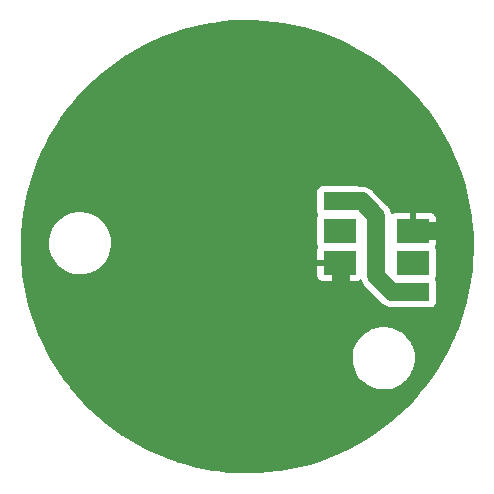
<source format=gbr>
%TF.GenerationSoftware,KiCad,Pcbnew,(6.0.4-0)*%
%TF.CreationDate,2022-06-22T17:42:18+02:00*%
%TF.ProjectId,GlowTubeLEDconnectorB_PCB,476c6f77-5475-4626-954c-4544636f6e6e,rev?*%
%TF.SameCoordinates,Original*%
%TF.FileFunction,Copper,L2,Bot*%
%TF.FilePolarity,Positive*%
%FSLAX46Y46*%
G04 Gerber Fmt 4.6, Leading zero omitted, Abs format (unit mm)*
G04 Created by KiCad (PCBNEW (6.0.4-0)) date 2022-06-22 17:42:18*
%MOMM*%
%LPD*%
G01*
G04 APERTURE LIST*
%TA.AperFunction,SMDPad,CuDef*%
%ADD10R,2.800000X2.000000*%
%TD*%
%TA.AperFunction,SMDPad,CuDef*%
%ADD11R,2.800000X1.600000*%
%TD*%
%TA.AperFunction,Conductor*%
%ADD12C,1.500000*%
%TD*%
G04 APERTURE END LIST*
D10*
%TO.P,U1,3,GND*%
%TO.N,GND*%
X118150000Y-65819802D03*
%TO.P,U1,2,Data*%
%TO.N,unconnected-(U1-Pad2)*%
X118150000Y-68519068D03*
D11*
%TO.P,U1,1,5V*%
%TO.N,+5V*%
X118150000Y-71018334D03*
%TD*%
D10*
%TO.P,U2,3,GND*%
%TO.N,GND*%
X111938800Y-68549266D03*
%TO.P,U2,2,Data*%
%TO.N,unconnected-(U2-Pad2)*%
X111938800Y-65850000D03*
D11*
%TO.P,U2,1,5V*%
%TO.N,+5V*%
X111938800Y-63350734D03*
%TD*%
D12*
%TO.N,GND*%
X118550000Y-65819802D02*
X120329802Y-65819802D01*
X120329802Y-65819802D02*
X121590000Y-67080000D01*
X121590000Y-72077356D02*
X120427356Y-73240000D01*
X121590000Y-67080000D02*
X121590000Y-72077356D01*
X120427356Y-73240000D02*
X114100000Y-73240000D01*
X112060000Y-71200000D02*
X112060000Y-69070466D01*
X114100000Y-73240000D02*
X112060000Y-71200000D01*
X112060000Y-69070466D02*
X111538800Y-68549266D01*
%TO.N,+5V*%
X118550000Y-71018334D02*
X116368334Y-71018334D01*
X115040000Y-64600000D02*
X113790734Y-63350734D01*
X113790734Y-63350734D02*
X111538800Y-63350734D01*
X116368334Y-71018334D02*
X115040000Y-69690000D01*
X115040000Y-69690000D02*
X115040000Y-64600000D01*
%TD*%
%TA.AperFunction,Conductor*%
%TO.N,GND*%
G36*
X104647199Y-47995967D02*
G01*
X104652914Y-47996126D01*
X105516915Y-48039895D01*
X105522616Y-48040314D01*
X106383718Y-48123228D01*
X106389394Y-48123905D01*
X107245864Y-48245799D01*
X107251500Y-48246732D01*
X108101529Y-48407347D01*
X108107121Y-48408535D01*
X108949036Y-48607555D01*
X108954569Y-48608997D01*
X109786536Y-48845989D01*
X109791994Y-48847678D01*
X110612403Y-49122183D01*
X110617763Y-49124113D01*
X111215715Y-49354844D01*
X111424872Y-49435551D01*
X111430122Y-49437715D01*
X112222312Y-49785462D01*
X112227439Y-49787853D01*
X112761011Y-50051560D01*
X113002980Y-50171149D01*
X113008047Y-50173798D01*
X113765422Y-50591892D01*
X113770363Y-50594767D01*
X114507975Y-51046776D01*
X114512780Y-51049873D01*
X115229115Y-51534868D01*
X115233776Y-51538180D01*
X115927409Y-52055198D01*
X115931882Y-52058694D01*
X116198703Y-52277084D01*
X116601338Y-52606637D01*
X116605679Y-52610358D01*
X117249560Y-53188079D01*
X117253728Y-53191992D01*
X117870777Y-53798364D01*
X117874762Y-53802463D01*
X118463629Y-54436160D01*
X118467425Y-54440435D01*
X119026969Y-55100226D01*
X119030567Y-55104670D01*
X119559575Y-55789127D01*
X119562968Y-55793728D01*
X120060413Y-56501521D01*
X120063593Y-56506272D01*
X120528401Y-57235875D01*
X120531363Y-57240765D01*
X120962593Y-57990696D01*
X120965330Y-57995716D01*
X121269123Y-58584302D01*
X121362113Y-58764467D01*
X121364612Y-58769593D01*
X121726114Y-59555553D01*
X121728365Y-59560755D01*
X121933422Y-60065748D01*
X122053845Y-60362316D01*
X122055875Y-60367660D01*
X122344648Y-61183127D01*
X122346434Y-61188559D01*
X122597919Y-62016296D01*
X122599454Y-62021796D01*
X122720186Y-62495442D01*
X122813132Y-62860085D01*
X122814418Y-62865656D01*
X122989846Y-63712767D01*
X122990878Y-63718390D01*
X123127698Y-64572589D01*
X123128474Y-64578253D01*
X123167611Y-64921755D01*
X123224184Y-65418282D01*
X123226406Y-65437788D01*
X123226923Y-65443472D01*
X123285201Y-66298302D01*
X123285763Y-66306549D01*
X123286022Y-66312242D01*
X123304096Y-67108694D01*
X123305667Y-67177928D01*
X123305692Y-67182102D01*
X123301640Y-67569078D01*
X123301527Y-67579826D01*
X123301414Y-67583996D01*
X123264859Y-68421266D01*
X123263646Y-68449041D01*
X123263268Y-68454730D01*
X123195524Y-69213794D01*
X123186366Y-69316403D01*
X123185731Y-69322068D01*
X123152128Y-69570599D01*
X123069816Y-70179391D01*
X123068926Y-70185014D01*
X122914239Y-71036195D01*
X122913097Y-71041759D01*
X122719959Y-71885044D01*
X122718556Y-71890586D01*
X122487377Y-72724191D01*
X122485725Y-72729664D01*
X122216953Y-73551974D01*
X122215072Y-73557316D01*
X121996688Y-74135252D01*
X121909272Y-74366592D01*
X121907131Y-74371890D01*
X121680127Y-74898990D01*
X121564949Y-75166430D01*
X121562575Y-75171615D01*
X121292612Y-75727581D01*
X121184700Y-75949817D01*
X121182090Y-75954896D01*
X121012834Y-76266627D01*
X120769301Y-76715160D01*
X120766460Y-76720121D01*
X120319603Y-77460883D01*
X120316539Y-77465710D01*
X119836564Y-78185401D01*
X119833285Y-78190085D01*
X119321131Y-78887300D01*
X119317643Y-78891829D01*
X118774405Y-79565070D01*
X118770715Y-79569437D01*
X118541404Y-79828627D01*
X118236771Y-80172953D01*
X118197482Y-80217361D01*
X118193604Y-80221548D01*
X117598152Y-80836007D01*
X117591568Y-80842801D01*
X117587504Y-80846808D01*
X117086297Y-81319121D01*
X116957917Y-81440101D01*
X116953668Y-81443927D01*
X116297813Y-82008051D01*
X116293395Y-82011680D01*
X115612638Y-82545461D01*
X115608061Y-82548885D01*
X114903753Y-83051264D01*
X114899024Y-83054478D01*
X114172690Y-83524364D01*
X114167829Y-83527355D01*
X113420900Y-83963825D01*
X113415914Y-83966589D01*
X112649950Y-84368729D01*
X112644849Y-84371261D01*
X112399440Y-84486219D01*
X111861441Y-84738236D01*
X111856210Y-84740543D01*
X111056966Y-85071601D01*
X111051636Y-85073668D01*
X110238217Y-85368121D01*
X110232798Y-85369945D01*
X109406839Y-85627203D01*
X109401343Y-85628779D01*
X108564573Y-85848301D01*
X108559012Y-85849626D01*
X107713131Y-86030968D01*
X107707515Y-86032039D01*
X106854277Y-86174822D01*
X106848638Y-86175635D01*
X106548469Y-86211959D01*
X105989817Y-86279563D01*
X105984127Y-86280121D01*
X105121489Y-86344983D01*
X105115780Y-86345283D01*
X104633584Y-86359594D01*
X104251023Y-86370948D01*
X104245326Y-86370987D01*
X103583608Y-86360592D01*
X103380363Y-86357399D01*
X103374650Y-86357180D01*
X102511173Y-86304368D01*
X102505476Y-86303890D01*
X101645263Y-86211959D01*
X101639593Y-86211222D01*
X101240776Y-86150195D01*
X100784444Y-86080366D01*
X100778856Y-86079381D01*
X100354681Y-85994622D01*
X99930528Y-85909868D01*
X99924948Y-85908621D01*
X99509323Y-85805765D01*
X99085163Y-85700795D01*
X99079688Y-85699308D01*
X98405501Y-85499604D01*
X98250215Y-85453606D01*
X98244772Y-85451859D01*
X97990272Y-85363731D01*
X97427282Y-85168778D01*
X97421950Y-85166795D01*
X97020046Y-85006858D01*
X96618155Y-84846926D01*
X96612892Y-84844692D01*
X95824434Y-84488690D01*
X95819278Y-84486219D01*
X95310001Y-84227848D01*
X95047803Y-84094827D01*
X95042774Y-84092131D01*
X94818537Y-83965264D01*
X94289814Y-83666127D01*
X94284924Y-83663211D01*
X93552063Y-83203489D01*
X93547340Y-83200375D01*
X92836086Y-82707879D01*
X92831484Y-82704537D01*
X92143300Y-82180280D01*
X92138832Y-82176713D01*
X91475159Y-81621797D01*
X91470858Y-81618031D01*
X90833064Y-81033600D01*
X90828937Y-81029643D01*
X90218283Y-80416853D01*
X90214341Y-80412713D01*
X89632130Y-79772872D01*
X89628379Y-79768557D01*
X89165353Y-79210840D01*
X89075782Y-79102952D01*
X89072240Y-79098483D01*
X89069158Y-79094407D01*
X88550397Y-78408482D01*
X88547060Y-78403854D01*
X88396922Y-78185401D01*
X88209301Y-77912412D01*
X88057066Y-77690908D01*
X88053936Y-77686124D01*
X87596801Y-76951707D01*
X87593890Y-76946786D01*
X87441959Y-76676048D01*
X113021905Y-76676048D01*
X113047181Y-76997208D01*
X113111408Y-77312893D01*
X113213628Y-77618398D01*
X113215277Y-77621856D01*
X113215279Y-77621860D01*
X113311851Y-77824327D01*
X113352319Y-77909169D01*
X113525411Y-78180870D01*
X113730325Y-78429451D01*
X113964007Y-78651206D01*
X114222972Y-78842830D01*
X114301573Y-78887300D01*
X114500002Y-78999566D01*
X114500006Y-78999568D01*
X114503359Y-79001465D01*
X114800989Y-79124748D01*
X114903915Y-79153292D01*
X115107710Y-79209810D01*
X115107718Y-79209812D01*
X115111426Y-79210840D01*
X115430040Y-79258457D01*
X115433338Y-79258601D01*
X115544009Y-79263433D01*
X115544014Y-79263433D01*
X115545386Y-79263493D01*
X115741815Y-79263493D01*
X115981552Y-79248830D01*
X115985335Y-79248129D01*
X115985342Y-79248128D01*
X116186526Y-79210840D01*
X116298310Y-79190122D01*
X116574741Y-79102964D01*
X116601881Y-79094407D01*
X116601884Y-79094406D01*
X116605553Y-79093249D01*
X116609050Y-79091655D01*
X116609056Y-79091653D01*
X116895191Y-78961254D01*
X116895195Y-78961252D01*
X116898699Y-78959655D01*
X117013017Y-78889601D01*
X117170102Y-78793339D01*
X117170105Y-78793337D01*
X117173380Y-78791330D01*
X117176384Y-78788940D01*
X117176389Y-78788937D01*
X117422489Y-78593179D01*
X117425499Y-78590785D01*
X117586954Y-78426488D01*
X117648595Y-78363762D01*
X117648598Y-78363759D01*
X117651299Y-78361010D01*
X117653645Y-78357953D01*
X117845078Y-78108473D01*
X117845083Y-78108465D01*
X117847413Y-78105429D01*
X118010918Y-77827853D01*
X118139376Y-77532419D01*
X118230872Y-77223533D01*
X118284043Y-76905798D01*
X118298095Y-76583952D01*
X118272819Y-76262792D01*
X118208592Y-75947107D01*
X118106372Y-75641602D01*
X117995569Y-75409298D01*
X117969334Y-75354296D01*
X117969332Y-75354292D01*
X117967681Y-75350831D01*
X117794589Y-75079130D01*
X117589675Y-74830549D01*
X117355993Y-74608794D01*
X117097028Y-74417170D01*
X116887714Y-74298746D01*
X116819998Y-74260434D01*
X116819994Y-74260432D01*
X116816641Y-74258535D01*
X116519011Y-74135252D01*
X116368120Y-74093406D01*
X116212290Y-74050190D01*
X116212282Y-74050188D01*
X116208574Y-74049160D01*
X115889960Y-74001543D01*
X115886662Y-74001399D01*
X115775991Y-73996567D01*
X115775986Y-73996567D01*
X115774614Y-73996507D01*
X115578185Y-73996507D01*
X115338448Y-74011170D01*
X115334665Y-74011871D01*
X115334658Y-74011872D01*
X115180069Y-74040524D01*
X115021690Y-74069878D01*
X114839202Y-74127416D01*
X114718119Y-74165593D01*
X114718116Y-74165594D01*
X114714447Y-74166751D01*
X114710950Y-74168345D01*
X114710944Y-74168347D01*
X114424809Y-74298746D01*
X114424805Y-74298748D01*
X114421301Y-74300345D01*
X114418022Y-74302355D01*
X114418019Y-74302356D01*
X114308839Y-74369262D01*
X114146620Y-74468670D01*
X114143616Y-74471060D01*
X114143611Y-74471063D01*
X113986570Y-74595980D01*
X113894501Y-74669215D01*
X113668701Y-74898990D01*
X113666357Y-74902044D01*
X113666355Y-74902047D01*
X113474922Y-75151527D01*
X113474917Y-75151535D01*
X113472587Y-75154571D01*
X113309082Y-75432147D01*
X113180624Y-75727581D01*
X113089128Y-76036467D01*
X113035957Y-76354202D01*
X113021905Y-76676048D01*
X87441959Y-76676048D01*
X87170524Y-76192355D01*
X87167840Y-76187307D01*
X86779139Y-75414462D01*
X86776687Y-75409298D01*
X86555734Y-74915351D01*
X86423444Y-74619614D01*
X86421231Y-74614350D01*
X86420086Y-74611443D01*
X86104170Y-73809443D01*
X86102199Y-73804086D01*
X85821976Y-72985621D01*
X85820248Y-72980171D01*
X85577454Y-72149878D01*
X85575974Y-72144356D01*
X85371087Y-71303877D01*
X85369859Y-71298293D01*
X85203308Y-70449379D01*
X85202335Y-70443745D01*
X85143699Y-70051401D01*
X85075330Y-69593935D01*
X110030801Y-69593935D01*
X110031171Y-69600756D01*
X110036695Y-69651618D01*
X110040321Y-69666870D01*
X110085476Y-69787320D01*
X110094014Y-69802915D01*
X110170515Y-69904990D01*
X110183076Y-69917551D01*
X110285151Y-69994052D01*
X110300746Y-70002590D01*
X110421194Y-70047744D01*
X110436449Y-70051371D01*
X110487314Y-70056897D01*
X110494128Y-70057266D01*
X111666685Y-70057266D01*
X111681924Y-70052791D01*
X111683129Y-70051401D01*
X111684800Y-70043718D01*
X111684800Y-68821381D01*
X111680325Y-68806142D01*
X111678935Y-68804937D01*
X111671252Y-68803266D01*
X110048916Y-68803266D01*
X110033677Y-68807741D01*
X110032472Y-68809131D01*
X110030801Y-68816814D01*
X110030801Y-69593935D01*
X85075330Y-69593935D01*
X85074468Y-69588165D01*
X85073752Y-69582499D01*
X85066884Y-69516033D01*
X85003846Y-68906031D01*
X84984825Y-68721971D01*
X84984367Y-68716272D01*
X84952191Y-68158244D01*
X84934570Y-67852630D01*
X84934370Y-67846925D01*
X84923801Y-66981887D01*
X84923861Y-66976170D01*
X84925439Y-66928588D01*
X87311875Y-66928588D01*
X87315620Y-66976170D01*
X87336745Y-67244583D01*
X87337151Y-67249748D01*
X87401378Y-67565433D01*
X87503598Y-67870938D01*
X87642289Y-68161709D01*
X87815381Y-68433410D01*
X88020295Y-68681991D01*
X88253977Y-68903746D01*
X88512942Y-69095370D01*
X88653136Y-69174688D01*
X88789972Y-69252106D01*
X88789976Y-69252108D01*
X88793329Y-69254005D01*
X89090959Y-69377288D01*
X89193885Y-69405832D01*
X89397680Y-69462350D01*
X89397688Y-69462352D01*
X89401396Y-69463380D01*
X89720010Y-69510997D01*
X89723308Y-69511141D01*
X89833979Y-69515973D01*
X89833984Y-69515973D01*
X89835356Y-69516033D01*
X90031785Y-69516033D01*
X90271522Y-69501370D01*
X90275305Y-69500669D01*
X90275312Y-69500668D01*
X90476496Y-69463380D01*
X90588280Y-69442662D01*
X90800296Y-69375814D01*
X90891851Y-69346947D01*
X90891854Y-69346946D01*
X90895523Y-69345789D01*
X90899020Y-69344195D01*
X90899026Y-69344193D01*
X91185161Y-69213794D01*
X91185165Y-69213792D01*
X91188669Y-69212195D01*
X91463350Y-69043870D01*
X91466354Y-69041480D01*
X91466359Y-69041477D01*
X91712459Y-68845719D01*
X91715469Y-68843325D01*
X91941269Y-68613550D01*
X91943615Y-68610493D01*
X92135048Y-68361013D01*
X92135053Y-68361005D01*
X92137383Y-68357969D01*
X92300888Y-68080393D01*
X92401164Y-67849774D01*
X92427809Y-67788494D01*
X92427809Y-67788493D01*
X92429346Y-67784959D01*
X92520842Y-67476073D01*
X92574013Y-67158338D01*
X92585374Y-66898134D01*
X110030300Y-66898134D01*
X110037055Y-66960316D01*
X110088185Y-67096705D01*
X110109005Y-67124485D01*
X110133853Y-67190991D01*
X110118800Y-67260374D01*
X110109005Y-67275615D01*
X110094014Y-67295618D01*
X110085476Y-67311212D01*
X110040322Y-67431660D01*
X110036695Y-67446915D01*
X110031169Y-67497780D01*
X110030800Y-67504594D01*
X110030800Y-68277151D01*
X110035275Y-68292390D01*
X110036665Y-68293595D01*
X110044348Y-68295266D01*
X112066800Y-68295266D01*
X112134921Y-68315268D01*
X112181414Y-68368924D01*
X112192800Y-68421266D01*
X112192800Y-70039150D01*
X112197275Y-70054389D01*
X112198665Y-70055594D01*
X112206348Y-70057265D01*
X113383469Y-70057265D01*
X113390290Y-70056895D01*
X113441152Y-70051371D01*
X113456404Y-70047745D01*
X113576854Y-70002590D01*
X113592448Y-69994053D01*
X113630244Y-69965726D01*
X113696750Y-69940879D01*
X113766132Y-69955932D01*
X113816362Y-70006107D01*
X113828628Y-70038424D01*
X113838258Y-70080470D01*
X113840460Y-70085632D01*
X113845294Y-70096967D01*
X113850927Y-70113142D01*
X113854182Y-70125039D01*
X113855663Y-70130451D01*
X113858079Y-70135516D01*
X113891539Y-70205667D01*
X113893710Y-70210476D01*
X113926397Y-70287109D01*
X113936251Y-70302110D01*
X113944654Y-70317025D01*
X113952378Y-70333218D01*
X113955648Y-70337769D01*
X113955650Y-70337772D01*
X114000999Y-70400881D01*
X114003989Y-70405232D01*
X114047196Y-70471010D01*
X114047202Y-70471018D01*
X114049735Y-70474874D01*
X114068257Y-70495662D01*
X114076490Y-70505939D01*
X114083471Y-70515654D01*
X114087498Y-70519556D01*
X114160255Y-70590063D01*
X114161665Y-70591452D01*
X115413806Y-71843593D01*
X115424674Y-71855985D01*
X115434796Y-71869177D01*
X115434803Y-71869185D01*
X115438211Y-71873626D01*
X115453807Y-71887817D01*
X115498519Y-71928502D01*
X115502814Y-71932601D01*
X115518745Y-71948532D01*
X115538761Y-71965268D01*
X115542710Y-71968713D01*
X115600213Y-72021037D01*
X115600217Y-72021040D01*
X115604370Y-72024819D01*
X115609125Y-72027802D01*
X115609128Y-72027804D01*
X115619558Y-72034346D01*
X115633431Y-72044425D01*
X115642879Y-72052326D01*
X115642886Y-72052331D01*
X115647188Y-72055928D01*
X115663162Y-72065039D01*
X115719574Y-72097216D01*
X115724102Y-72099926D01*
X115789930Y-72141220D01*
X115789933Y-72141222D01*
X115794678Y-72144198D01*
X115799883Y-72146291D01*
X115799886Y-72146292D01*
X115811313Y-72150886D01*
X115826745Y-72158346D01*
X115837453Y-72164454D01*
X115837462Y-72164458D01*
X115842327Y-72167233D01*
X115847604Y-72169102D01*
X115847609Y-72169104D01*
X115920876Y-72195049D01*
X115925812Y-72196914D01*
X116003117Y-72227990D01*
X116008604Y-72229126D01*
X116008606Y-72229127D01*
X116020683Y-72231628D01*
X116037178Y-72236233D01*
X116054093Y-72242223D01*
X116136344Y-72255693D01*
X116141514Y-72256651D01*
X116223101Y-72273547D01*
X116227713Y-72273813D01*
X116227714Y-72273813D01*
X116250882Y-72275149D01*
X116263987Y-72276596D01*
X116270244Y-72277620D01*
X116270248Y-72277620D01*
X116275791Y-72278528D01*
X116281404Y-72278440D01*
X116281406Y-72278440D01*
X116382598Y-72276850D01*
X116384577Y-72276834D01*
X116501487Y-72276834D01*
X116545716Y-72284852D01*
X116632289Y-72317307D01*
X116632291Y-72317307D01*
X116639684Y-72320079D01*
X116647532Y-72320932D01*
X116647534Y-72320932D01*
X116698469Y-72326465D01*
X116701866Y-72326834D01*
X119598134Y-72326834D01*
X119660316Y-72320079D01*
X119796705Y-72268949D01*
X119913261Y-72181595D01*
X120000615Y-72065039D01*
X120051745Y-71928650D01*
X120058500Y-71866468D01*
X120058500Y-70170200D01*
X120051745Y-70108018D01*
X120000615Y-69971629D01*
X119980107Y-69944265D01*
X119955260Y-69877758D01*
X119970314Y-69808376D01*
X119980107Y-69793137D01*
X119984466Y-69787320D01*
X120000615Y-69765773D01*
X120051745Y-69629384D01*
X120058500Y-69567202D01*
X120058500Y-67470934D01*
X120051745Y-67408752D01*
X120000615Y-67272363D01*
X119979795Y-67244583D01*
X119954947Y-67178077D01*
X119970000Y-67108694D01*
X119979795Y-67093453D01*
X119994786Y-67073450D01*
X120003324Y-67057856D01*
X120048478Y-66937408D01*
X120052105Y-66922153D01*
X120057631Y-66871288D01*
X120058000Y-66864474D01*
X120058000Y-66091917D01*
X120053525Y-66076678D01*
X120052135Y-66075473D01*
X120044452Y-66073802D01*
X118022000Y-66073802D01*
X117953879Y-66053800D01*
X117907386Y-66000144D01*
X117896000Y-65947802D01*
X117896000Y-65547687D01*
X118404000Y-65547687D01*
X118408475Y-65562926D01*
X118409865Y-65564131D01*
X118417548Y-65565802D01*
X120039884Y-65565802D01*
X120055123Y-65561327D01*
X120056328Y-65559937D01*
X120057999Y-65552254D01*
X120057999Y-64775133D01*
X120057629Y-64768312D01*
X120052105Y-64717450D01*
X120048479Y-64702198D01*
X120003324Y-64581748D01*
X119994786Y-64566153D01*
X119918285Y-64464078D01*
X119905724Y-64451517D01*
X119803649Y-64375016D01*
X119788054Y-64366478D01*
X119667606Y-64321324D01*
X119652351Y-64317697D01*
X119601486Y-64312171D01*
X119594672Y-64311802D01*
X118422115Y-64311802D01*
X118406876Y-64316277D01*
X118405671Y-64317667D01*
X118404000Y-64325350D01*
X118404000Y-65547687D01*
X117896000Y-65547687D01*
X117896000Y-64329918D01*
X117891525Y-64314679D01*
X117890135Y-64313474D01*
X117882452Y-64311803D01*
X116705331Y-64311803D01*
X116698510Y-64312173D01*
X116647648Y-64317697D01*
X116632396Y-64321323D01*
X116511946Y-64366478D01*
X116496352Y-64375015D01*
X116467756Y-64396447D01*
X116401250Y-64421294D01*
X116331867Y-64406241D01*
X116281638Y-64356066D01*
X116270658Y-64328867D01*
X116261631Y-64295869D01*
X116260345Y-64290752D01*
X116242995Y-64215000D01*
X116242994Y-64214998D01*
X116241742Y-64209530D01*
X116234706Y-64193033D01*
X116229073Y-64176858D01*
X116225815Y-64164953D01*
X116224337Y-64159549D01*
X116221926Y-64154494D01*
X116221924Y-64154489D01*
X116188454Y-64084317D01*
X116186283Y-64079508D01*
X116155805Y-64008053D01*
X116155802Y-64008047D01*
X116153603Y-64002892D01*
X116143756Y-63987902D01*
X116135343Y-63972971D01*
X116130037Y-63961846D01*
X116127622Y-63956782D01*
X116124350Y-63952229D01*
X116124348Y-63952225D01*
X116078990Y-63889103D01*
X116076001Y-63884753D01*
X116032801Y-63818987D01*
X116030265Y-63815126D01*
X116011743Y-63794338D01*
X116003506Y-63784056D01*
X115999799Y-63778897D01*
X115996529Y-63774346D01*
X115919746Y-63699938D01*
X115918336Y-63698549D01*
X114745259Y-62525471D01*
X114734391Y-62513080D01*
X114728971Y-62506017D01*
X114720857Y-62495442D01*
X114716711Y-62491669D01*
X114716706Y-62491664D01*
X114660570Y-62440585D01*
X114656275Y-62436487D01*
X114640324Y-62420536D01*
X114638174Y-62418738D01*
X114620311Y-62403802D01*
X114616336Y-62400334D01*
X114558846Y-62348022D01*
X114558837Y-62348015D01*
X114554698Y-62344249D01*
X114539507Y-62334720D01*
X114525641Y-62324645D01*
X114516185Y-62316738D01*
X114516175Y-62316731D01*
X114511880Y-62313140D01*
X114439486Y-62271847D01*
X114434966Y-62269142D01*
X114369138Y-62227848D01*
X114369135Y-62227846D01*
X114364390Y-62224870D01*
X114359185Y-62222777D01*
X114359182Y-62222776D01*
X114347755Y-62218182D01*
X114332323Y-62210722D01*
X114321615Y-62204614D01*
X114321606Y-62204610D01*
X114316741Y-62201835D01*
X114311464Y-62199966D01*
X114311459Y-62199964D01*
X114238192Y-62174019D01*
X114233256Y-62172154D01*
X114161150Y-62143168D01*
X114155951Y-62141078D01*
X114150464Y-62139942D01*
X114150462Y-62139941D01*
X114138385Y-62137440D01*
X114121890Y-62132835D01*
X114104975Y-62126845D01*
X114022724Y-62113375D01*
X114017554Y-62112417D01*
X113935967Y-62095521D01*
X113931355Y-62095255D01*
X113931354Y-62095255D01*
X113908186Y-62093919D01*
X113895081Y-62092472D01*
X113888824Y-62091448D01*
X113888820Y-62091448D01*
X113883277Y-62090540D01*
X113877664Y-62090628D01*
X113877662Y-62090628D01*
X113776470Y-62092218D01*
X113774491Y-62092234D01*
X113587313Y-62092234D01*
X113543084Y-62084216D01*
X113456511Y-62051761D01*
X113456509Y-62051761D01*
X113449116Y-62048989D01*
X113441268Y-62048136D01*
X113441266Y-62048136D01*
X113390331Y-62042603D01*
X113386934Y-62042234D01*
X110490666Y-62042234D01*
X110428484Y-62048989D01*
X110292095Y-62100119D01*
X110175539Y-62187473D01*
X110088185Y-62304029D01*
X110037055Y-62440418D01*
X110030300Y-62502600D01*
X110030300Y-64198868D01*
X110037055Y-64261050D01*
X110088185Y-64397439D01*
X110093571Y-64404625D01*
X110108693Y-64424803D01*
X110133540Y-64491310D01*
X110118486Y-64560692D01*
X110108693Y-64575931D01*
X110088185Y-64603295D01*
X110037055Y-64739684D01*
X110030300Y-64801866D01*
X110030300Y-66898134D01*
X92585374Y-66898134D01*
X92588065Y-66836492D01*
X92562789Y-66515332D01*
X92498562Y-66199647D01*
X92396342Y-65894142D01*
X92257651Y-65603371D01*
X92084559Y-65331670D01*
X91879645Y-65083089D01*
X91645963Y-64861334D01*
X91386998Y-64669710D01*
X91215337Y-64572589D01*
X91109968Y-64512974D01*
X91109964Y-64512972D01*
X91106611Y-64511075D01*
X91058895Y-64491310D01*
X90898333Y-64424803D01*
X90808981Y-64387792D01*
X90694581Y-64356066D01*
X90502260Y-64302730D01*
X90502252Y-64302728D01*
X90498544Y-64301700D01*
X90179930Y-64254083D01*
X90176632Y-64253939D01*
X90065961Y-64249107D01*
X90065956Y-64249107D01*
X90064584Y-64249047D01*
X89868155Y-64249047D01*
X89628418Y-64263710D01*
X89624635Y-64264411D01*
X89624628Y-64264412D01*
X89482513Y-64290752D01*
X89311660Y-64322418D01*
X89204942Y-64356066D01*
X89008089Y-64418133D01*
X89008086Y-64418134D01*
X89004417Y-64419291D01*
X89000920Y-64420885D01*
X89000914Y-64420887D01*
X88714779Y-64551286D01*
X88714775Y-64551288D01*
X88711271Y-64552885D01*
X88707992Y-64554895D01*
X88707989Y-64554896D01*
X88442726Y-64717450D01*
X88436590Y-64721210D01*
X88433586Y-64723600D01*
X88433581Y-64723603D01*
X88339462Y-64798469D01*
X88184471Y-64921755D01*
X87958671Y-65151530D01*
X87956327Y-65154584D01*
X87956325Y-65154587D01*
X87764892Y-65404067D01*
X87764887Y-65404075D01*
X87762557Y-65407111D01*
X87599052Y-65684687D01*
X87470594Y-65980121D01*
X87469500Y-65983815D01*
X87469498Y-65983820D01*
X87437479Y-66091917D01*
X87379098Y-66289007D01*
X87325927Y-66606742D01*
X87311875Y-66928588D01*
X84925439Y-66928588D01*
X84952543Y-66111562D01*
X84952862Y-66105854D01*
X84962758Y-65980121D01*
X85020737Y-65243419D01*
X85021315Y-65237735D01*
X85032053Y-65151530D01*
X85128240Y-64379290D01*
X85129075Y-64373634D01*
X85274835Y-63520904D01*
X85275926Y-63515292D01*
X85460218Y-62670051D01*
X85461563Y-62664494D01*
X85684003Y-61828505D01*
X85685598Y-61823015D01*
X85945733Y-60997973D01*
X85947575Y-60992561D01*
X86244873Y-60180153D01*
X86246959Y-60174830D01*
X86506018Y-59555530D01*
X86580809Y-59376737D01*
X86583133Y-59371518D01*
X86952832Y-58589414D01*
X86955392Y-58584302D01*
X87360189Y-57819774D01*
X87362978Y-57814783D01*
X87802040Y-57069403D01*
X87805052Y-57064544D01*
X88277498Y-56339813D01*
X88280729Y-56335096D01*
X88292064Y-56319323D01*
X88785531Y-55632591D01*
X88788965Y-55628033D01*
X89325136Y-54949124D01*
X89328780Y-54944719D01*
X89895191Y-54290835D01*
X89899032Y-54286599D01*
X90358460Y-53802463D01*
X90494537Y-53659068D01*
X90498511Y-53655065D01*
X91121905Y-53055160D01*
X91126102Y-53051302D01*
X91776001Y-52480352D01*
X91780380Y-52476677D01*
X92455524Y-51935784D01*
X92460066Y-51932311D01*
X93159056Y-51422599D01*
X93163751Y-51419336D01*
X93885145Y-50941855D01*
X93889973Y-50938816D01*
X94632283Y-50494552D01*
X94637236Y-50491738D01*
X95398933Y-50081606D01*
X95404023Y-50079012D01*
X96183554Y-49703850D01*
X96188760Y-49701489D01*
X96273385Y-49665393D01*
X96984485Y-49362083D01*
X96989758Y-49359973D01*
X97800114Y-49056994D01*
X97805473Y-49055128D01*
X98628736Y-48789221D01*
X98634167Y-48787602D01*
X99468622Y-48559322D01*
X99474150Y-48557944D01*
X100137127Y-48408535D01*
X100318087Y-48367754D01*
X100323692Y-48366624D01*
X101175364Y-48214918D01*
X101181014Y-48214043D01*
X102038696Y-48101127D01*
X102044379Y-48100510D01*
X102906343Y-48026613D01*
X102912033Y-48026255D01*
X103672156Y-47995725D01*
X103776414Y-47991538D01*
X103782131Y-47991438D01*
X104647199Y-47995967D01*
G37*
%TD.AperFunction*%
%TD*%
M02*

</source>
